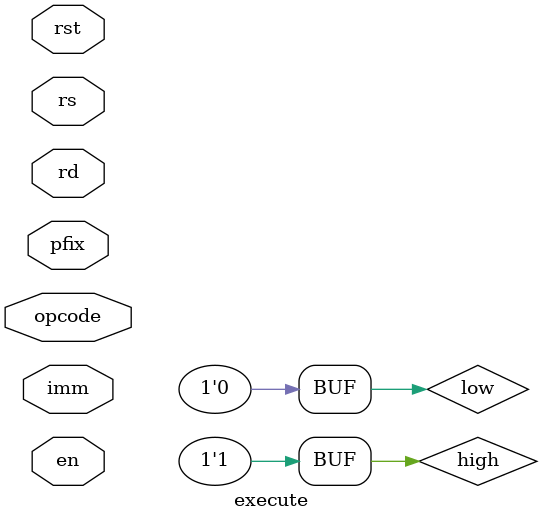
<source format=v>
module alu (
    input en,
    input [1:0] pfix,
    input [5:0] opcode,
    input [31:0] x1,
    input [31:0] x2,
    input [15:0] imm,
    output reg [31:0] y
    );

    localparam ADD = 6'b000100;
    localparam SUB = 6'b000101;
    localparam SHR = 6'b000110;
    localparam SHL = 6'b000111;
    localparam AND = 6'b001000;
    localparam OR  = 6'b001001;
    localparam XOR = 6'b001010;
    localparam OUTW = 6'b001101;


    wire [31:0] src;
    assign src = (pfix == 3) ? imm : x1;

    always @ ( * ) 
    begin
	if (en) begin
	    case (opcode)
		ADD: y = x2 + src; 
		SUB: y = x2 - src;
		SHR: y = x2 >> src;
		SHL: y = x2 << src;
		AND: y = x2 & src;
		OR:  y = x2 | src;
		XOR: y = x2 ^ src;
	    endcase
	end
    end
endmodule

module regs (
    input we,
    input rst,
    input [3:0] i1,
    input [3:0] i2,
    input [31:0] y,
    output reg [31:0] x1,
    output reg [31:0] x2
    );

    reg signed [31:0] regs [15:0];
    integer i;
    always @ ( * )
    begin
	if (rst) begin
	    for (i = 0; i < 16; i = i + 1) begin
		regs[i] = 0;
	    end
	end else if (we) regs[i2] = y; 
	else begin x1 = regs[i1]; x2 = regs[i2]; end
    end
endmodule

module data_mov (
    input en,
    input [1:0] pfix,
    input [5:0] opcode,
    input [15:0] imm,
    input [31:0] x1,
    output reg [31:0] y
    );

    localparam MV = 6'b000011;
    always @ ( * )
    begin
	if (en) 
	    case (pfix)
		2'b11: y = imm; 
		2'b00: y = x1;
	    endcase
    end
endmodule

module execute (
    input rst,
    input en,
    input [1:0] pfix,
    input [5:0] opcode,
    input [3:0] rs,
    input [3:0] rd,
    input [15:0] imm
    );

    reg low = 0;
    reg high = 1;

    wire alu_en;
    wire dm_en;

    wire [31:0] x1;
    wire [31:0] x2;
    wire [31:0] y;
    wire [31:0] y_alu;
    wire [31:0] y_dm;

    wire we;     // write enable registers

    assign alu_en = (opcode != 6'b000011) ? en : low; // it will be high if enable is high and condition is true
    assign dm_en = (opcode == 6'b000011) ? en : low; // it will be high if enale is high and condition is true

    assign we = (alu_en | dm_en) ? high : low;
    assign y = (alu_en) ? y_alu : ((dm_en) ? y_dm : 32'bz);

    alu a (
	.en(alu_en),
	.pfix(pfix),
	.opcode(opcode),
	.imm(imm),
        .x1(x1),
	.x2(x2),
	.y(y_alu)
    );

    regs r (
	.we(we),
	.rst(rst),
	.i1(rs),
        .i2(rd),
	.y(y),
	.x1(x1),
	.x2(x2)
    );

    data_mov dm (
	.en(dm_en),
	.pfix(pfix),
	.opcode(opcode),
	.imm(imm),
	.x1(x1),
	.y(y_dm)
    );
endmodule

</source>
